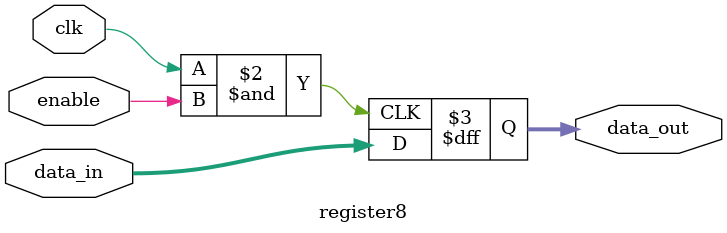
<source format=v>
module register8(
	input clk,
	input [7:0]data_in,
	input enable,
	output reg [7:0]data_out
	);
	
	always @(posedge clk & enable)
		begin
				data_out <= data_in;
		end
		
endmodule
</source>
